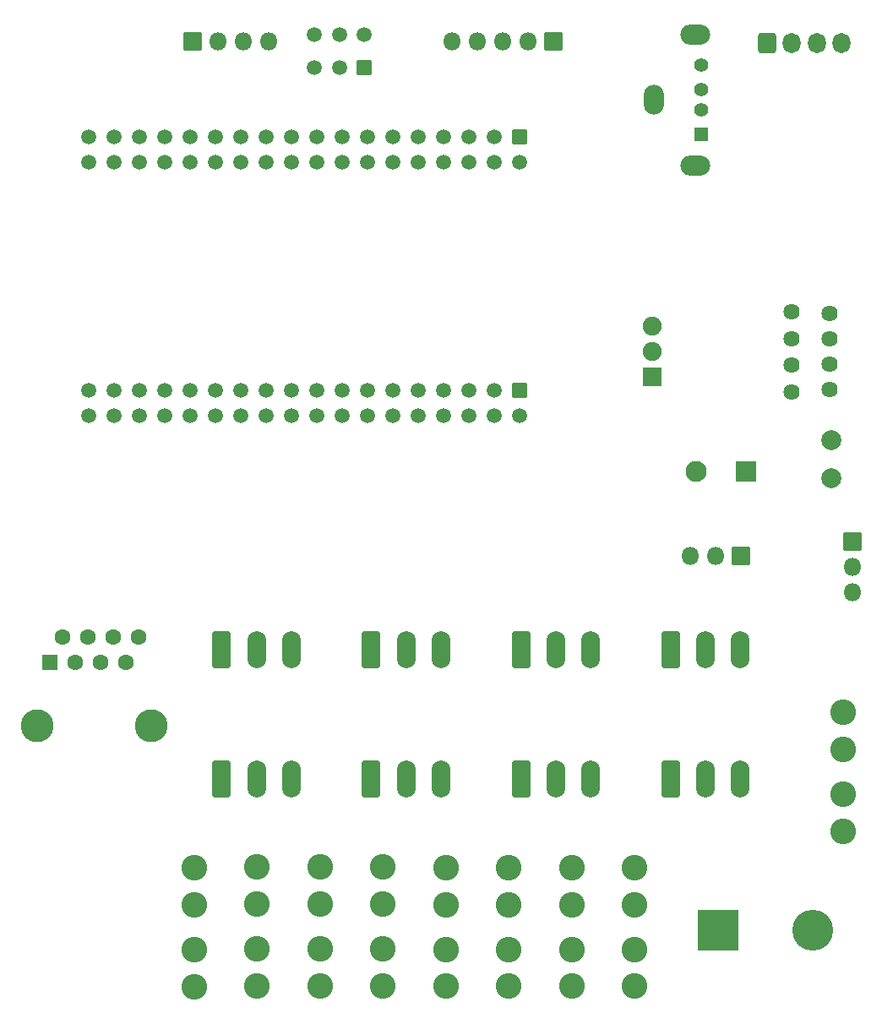
<source format=gbr>
%TF.GenerationSoftware,KiCad,Pcbnew,(6.0.5)*%
%TF.CreationDate,2022-06-18T22:59:03-05:00*%
%TF.ProjectId,PB_8,50425f38-2e6b-4696-9361-645f70636258,v1*%
%TF.SameCoordinates,Original*%
%TF.FileFunction,Soldermask,Bot*%
%TF.FilePolarity,Negative*%
%FSLAX46Y46*%
G04 Gerber Fmt 4.6, Leading zero omitted, Abs format (unit mm)*
G04 Created by KiCad (PCBNEW (6.0.5)) date 2022-06-18 22:59:03*
%MOMM*%
%LPD*%
G01*
G04 APERTURE LIST*
G04 Aperture macros list*
%AMRoundRect*
0 Rectangle with rounded corners*
0 $1 Rounding radius*
0 $2 $3 $4 $5 $6 $7 $8 $9 X,Y pos of 4 corners*
0 Add a 4 corners polygon primitive as box body*
4,1,4,$2,$3,$4,$5,$6,$7,$8,$9,$2,$3,0*
0 Add four circle primitives for the rounded corners*
1,1,$1+$1,$2,$3*
1,1,$1+$1,$4,$5*
1,1,$1+$1,$6,$7*
1,1,$1+$1,$8,$9*
0 Add four rect primitives between the rounded corners*
20,1,$1+$1,$2,$3,$4,$5,0*
20,1,$1+$1,$4,$5,$6,$7,0*
20,1,$1+$1,$6,$7,$8,$9,0*
20,1,$1+$1,$8,$9,$2,$3,0*%
G04 Aperture macros list end*
%ADD10RoundRect,0.051000X-0.850000X0.850000X-0.850000X-0.850000X0.850000X-0.850000X0.850000X0.850000X0*%
%ADD11O,1.802000X1.802000*%
%ADD12C,2.577000*%
%ADD13RoundRect,0.051000X-0.850000X-0.850000X0.850000X-0.850000X0.850000X0.850000X-0.850000X0.850000X0*%
%ADD14RoundRect,0.051000X0.650000X-0.650000X0.650000X0.650000X-0.650000X0.650000X-0.650000X-0.650000X0*%
%ADD15C,1.402000*%
%ADD16O,2.002000X3.002000*%
%ADD17O,3.002000X2.002000*%
%ADD18RoundRect,0.051000X1.000000X1.000000X-1.000000X1.000000X-1.000000X-1.000000X1.000000X-1.000000X0*%
%ADD19C,2.102000*%
%ADD20RoundRect,0.051000X-0.900000X0.900000X-0.900000X-0.900000X0.900000X-0.900000X0.900000X0.900000X0*%
%ADD21C,1.902000*%
%ADD22C,1.626000*%
%ADD23RoundRect,0.051000X-0.704000X0.704000X-0.704000X-0.704000X0.704000X-0.704000X0.704000X0.704000X0*%
%ADD24C,1.510000*%
%ADD25RoundRect,0.051000X0.850000X-0.850000X0.850000X0.850000X-0.850000X0.850000X-0.850000X-0.850000X0*%
%ADD26RoundRect,0.051000X0.700000X0.700000X-0.700000X0.700000X-0.700000X-0.700000X0.700000X-0.700000X0*%
%ADD27C,1.502000*%
%ADD28RoundRect,0.051000X-2.000000X-2.000000X2.000000X-2.000000X2.000000X2.000000X-2.000000X2.000000X0*%
%ADD29C,4.102000*%
%ADD30C,2.006000*%
%ADD31RoundRect,0.301000X-0.600000X-0.725000X0.600000X-0.725000X0.600000X0.725000X-0.600000X0.725000X0*%
%ADD32O,1.802000X2.052000*%
%ADD33RoundRect,0.301000X-0.650000X-1.550000X0.650000X-1.550000X0.650000X1.550000X-0.650000X1.550000X0*%
%ADD34O,1.902000X3.702000*%
%ADD35C,3.302000*%
%ADD36RoundRect,0.051000X-0.750000X-0.750000X0.750000X-0.750000X0.750000X0.750000X-0.750000X0.750000X0*%
%ADD37C,1.602000*%
G04 APERTURE END LIST*
D10*
%TO.C,J23*%
X201178800Y-107202600D03*
D11*
X198638800Y-107202600D03*
X196098800Y-107202600D03*
%TD*%
D12*
%TO.C,F18*%
X211426000Y-134802600D03*
X211426000Y-131102600D03*
X211426000Y-126602600D03*
X211426000Y-122902600D03*
%TD*%
D13*
%TO.C,J29*%
X212278800Y-105813000D03*
D11*
X212278800Y-108353000D03*
X212278800Y-110893000D03*
%TD*%
D14*
%TO.C,J19*%
X197202600Y-65020700D03*
D15*
X197202600Y-62520700D03*
X197202600Y-60520700D03*
X197202600Y-58020700D03*
D16*
X192422600Y-61520700D03*
D17*
X196602600Y-68090700D03*
X196602600Y-54950700D03*
%TD*%
D18*
%TO.C,C1*%
X201678800Y-98735800D03*
D19*
X196678800Y-98735800D03*
%TD*%
D20*
%TO.C,U1*%
X192256800Y-89317600D03*
D21*
X192256800Y-86777600D03*
X192256800Y-84237600D03*
D22*
X210036800Y-82967600D03*
X210036800Y-85507600D03*
X210036800Y-88047600D03*
X210036800Y-90587600D03*
X206226800Y-82735660D03*
X206226800Y-85430600D03*
X206226800Y-88124600D03*
X206226800Y-90819540D03*
%TD*%
D23*
%TO.C,U3*%
X179000400Y-65274600D03*
D24*
X179000400Y-67814600D03*
X176460400Y-65274600D03*
X176460400Y-67814600D03*
X173920400Y-65274600D03*
X173920400Y-67814600D03*
X171380400Y-65274600D03*
X171380400Y-67814600D03*
X168840400Y-65274600D03*
X168840400Y-67814600D03*
X166300400Y-65274600D03*
X166300400Y-67814600D03*
X163760400Y-65274600D03*
X163760400Y-67814600D03*
X161220400Y-65274600D03*
X161220400Y-67814600D03*
X158680400Y-65274600D03*
X158680400Y-67814600D03*
X156140400Y-65274600D03*
X156140400Y-67814600D03*
X153600400Y-65274600D03*
X153600400Y-67814600D03*
X151060400Y-65274600D03*
X151060400Y-67814600D03*
X148520400Y-65274600D03*
X148520400Y-67814600D03*
X145980400Y-65274600D03*
X145980400Y-67814600D03*
X143440400Y-65274600D03*
X143440400Y-67814600D03*
X140900400Y-65274600D03*
X140900400Y-67814600D03*
X138360400Y-65274600D03*
X138360400Y-67814600D03*
X135820400Y-65274600D03*
X135820400Y-67814600D03*
D23*
X179000400Y-90674600D03*
D24*
X179000400Y-93214600D03*
X176460400Y-90674600D03*
X176460400Y-93214600D03*
X173920400Y-90674600D03*
X173920400Y-93214600D03*
X171380400Y-90674600D03*
X171380400Y-93214600D03*
X168840400Y-90674600D03*
X168840400Y-93214600D03*
X166300400Y-90674600D03*
X166300400Y-93214600D03*
X163760400Y-90674600D03*
X163760400Y-93214600D03*
X161220400Y-90674600D03*
X161220400Y-93214600D03*
X158680400Y-90674600D03*
X158680400Y-93214600D03*
X156140400Y-90674600D03*
X156140400Y-93214600D03*
X153600400Y-90674600D03*
X153600400Y-93214600D03*
X151060400Y-90674600D03*
X151060400Y-93214600D03*
X148520400Y-90674600D03*
X148520400Y-93214600D03*
X145980400Y-90674600D03*
X145980400Y-93214600D03*
X143440400Y-90674600D03*
X143440400Y-93214600D03*
X140900400Y-90674600D03*
X140900400Y-93214600D03*
X138360400Y-90674600D03*
X138360400Y-93214600D03*
X135820400Y-90674600D03*
X135820400Y-93214600D03*
%TD*%
D10*
%TO.C,J25*%
X182387700Y-55625800D03*
D11*
X179847700Y-55625800D03*
X177307700Y-55625800D03*
X174767700Y-55625800D03*
X172227700Y-55625800D03*
%TD*%
D25*
%TO.C,J26*%
X146197700Y-55625800D03*
D11*
X148737700Y-55625800D03*
X151277700Y-55625800D03*
X153817700Y-55625800D03*
%TD*%
D26*
%TO.C,SW3*%
X163398800Y-58272600D03*
D27*
X160898800Y-58272600D03*
X158398800Y-58272600D03*
X163398800Y-54972600D03*
X160898800Y-54972600D03*
X158398800Y-54972600D03*
%TD*%
D28*
%TO.C,J18*%
X198878800Y-144752600D03*
D29*
X208378800Y-144752600D03*
%TD*%
D30*
%TO.C,J28*%
X210229259Y-99458160D03*
X210229259Y-95648160D03*
%TD*%
D31*
%TO.C,J27*%
X203760300Y-55861400D03*
D32*
X206260300Y-55861400D03*
X208760300Y-55861400D03*
X211260300Y-55861400D03*
%TD*%
D12*
%TO.C,F7*%
X184172100Y-150363600D03*
X184172100Y-146663600D03*
X184172100Y-142163600D03*
X184172100Y-138463600D03*
%TD*%
D33*
%TO.C,J6*%
X179100000Y-129600000D03*
D34*
X182600000Y-129600000D03*
X186100000Y-129600000D03*
%TD*%
D33*
%TO.C,J7*%
X194100000Y-116600000D03*
D34*
X197600000Y-116600000D03*
X201100000Y-116600000D03*
%TD*%
D33*
%TO.C,J3*%
X164100000Y-116600000D03*
D34*
X167600000Y-116600000D03*
X171100000Y-116600000D03*
%TD*%
D12*
%TO.C,F4*%
X165252100Y-150294800D03*
X165252100Y-146594800D03*
X165252100Y-142094800D03*
X165252100Y-138394800D03*
%TD*%
D33*
%TO.C,J2*%
X149100000Y-129600000D03*
D34*
X152600000Y-129600000D03*
X156100000Y-129600000D03*
%TD*%
D33*
%TO.C,J4*%
X164100000Y-129600000D03*
D34*
X167600000Y-129600000D03*
X171100000Y-129600000D03*
%TD*%
D35*
%TO.C,J9*%
X142076300Y-124252600D03*
X130646300Y-124252600D03*
D36*
X131916300Y-117902600D03*
D37*
X133186300Y-115362600D03*
X134456300Y-117902600D03*
X135726300Y-115362600D03*
X136996300Y-117902600D03*
X138266300Y-115362600D03*
X139536300Y-117902600D03*
X140806300Y-115362600D03*
%TD*%
D12*
%TO.C,F5*%
X171558800Y-150363600D03*
X171558800Y-146663600D03*
X171558800Y-142163600D03*
X171558800Y-138463600D03*
%TD*%
D33*
%TO.C,J1*%
X149100000Y-116600000D03*
D34*
X152600000Y-116600000D03*
X156100000Y-116600000D03*
%TD*%
D12*
%TO.C,F8*%
X190478800Y-150363600D03*
X190478800Y-146663600D03*
X190478800Y-142163600D03*
X190478800Y-138463600D03*
%TD*%
%TO.C,F6*%
X177865500Y-150363600D03*
X177865500Y-146663600D03*
X177865500Y-142163600D03*
X177865500Y-138463600D03*
%TD*%
%TO.C,F3*%
X158945500Y-150298600D03*
X158945500Y-146598600D03*
X158945500Y-142098600D03*
X158945500Y-138398600D03*
%TD*%
D33*
%TO.C,J5*%
X179100000Y-116600000D03*
D34*
X182600000Y-116600000D03*
X186100000Y-116600000D03*
%TD*%
D12*
%TO.C,F2*%
X152638800Y-150298600D03*
X152638800Y-146598600D03*
X152638800Y-142098600D03*
X152638800Y-138398600D03*
%TD*%
D33*
%TO.C,J8*%
X194100000Y-129600000D03*
D34*
X197600000Y-129600000D03*
X201100000Y-129600000D03*
%TD*%
D12*
%TO.C,F1*%
X146398800Y-150402600D03*
X146398800Y-146702600D03*
X146398800Y-142202600D03*
X146398800Y-138502600D03*
%TD*%
M02*

</source>
